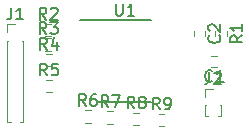
<source format=gbr>
G04 #@! TF.FileFunction,Legend,Top*
%FSLAX46Y46*%
G04 Gerber Fmt 4.6, Leading zero omitted, Abs format (unit mm)*
G04 Created by KiCad (PCBNEW 4.0.7) date 04/15/20 11:27:54*
%MOMM*%
%LPD*%
G01*
G04 APERTURE LIST*
%ADD10C,0.100000*%
%ADD11C,0.150000*%
%ADD12C,0.120000*%
G04 APERTURE END LIST*
D10*
D11*
X144905000Y-107018000D02*
X149355000Y-107018000D01*
X143380000Y-100118000D02*
X149355000Y-100118000D01*
D12*
X154461000Y-104102000D02*
X154961000Y-104102000D01*
X154961000Y-103162000D02*
X154461000Y-103162000D01*
X153962000Y-101494000D02*
X153962000Y-100994000D01*
X153022000Y-100994000D02*
X153022000Y-101494000D01*
X137163000Y-108716000D02*
X137463507Y-108716000D01*
X138252493Y-108716000D02*
X138553000Y-108716000D01*
X137163000Y-101841000D02*
X137163000Y-108716000D01*
X138553000Y-101841000D02*
X138553000Y-108716000D01*
X137163000Y-101841000D02*
X137249724Y-101841000D01*
X138466276Y-101841000D02*
X138553000Y-101841000D01*
X137163000Y-101156000D02*
X137163000Y-100471000D01*
X137163000Y-100471000D02*
X137858000Y-100471000D01*
X153915000Y-108189000D02*
X154215507Y-108189000D01*
X155004493Y-108189000D02*
X155305000Y-108189000D01*
X153915000Y-107314000D02*
X153915000Y-108189000D01*
X155305000Y-107314000D02*
X155305000Y-108189000D01*
X153915000Y-107314000D02*
X154001724Y-107314000D01*
X155218276Y-107314000D02*
X155305000Y-107314000D01*
X153915000Y-106629000D02*
X153915000Y-105944000D01*
X153915000Y-105944000D02*
X154610000Y-105944000D01*
X155800000Y-101494000D02*
X155800000Y-100994000D01*
X154740000Y-100994000D02*
X154740000Y-101494000D01*
X140902000Y-100435000D02*
X140402000Y-100435000D01*
X140402000Y-101495000D02*
X140902000Y-101495000D01*
X140902000Y-101642000D02*
X140402000Y-101642000D01*
X140402000Y-102702000D02*
X140902000Y-102702000D01*
X140966000Y-102975000D02*
X140466000Y-102975000D01*
X140466000Y-104035000D02*
X140966000Y-104035000D01*
X140966000Y-105159000D02*
X140466000Y-105159000D01*
X140466000Y-106219000D02*
X140966000Y-106219000D01*
X144243000Y-107750000D02*
X143743000Y-107750000D01*
X143743000Y-108810000D02*
X144243000Y-108810000D01*
X146148000Y-107826000D02*
X145648000Y-107826000D01*
X145648000Y-108886000D02*
X146148000Y-108886000D01*
X148357000Y-107953000D02*
X147857000Y-107953000D01*
X147857000Y-109013000D02*
X148357000Y-109013000D01*
X150491000Y-108030000D02*
X149991000Y-108030000D01*
X149991000Y-109090000D02*
X150491000Y-109090000D01*
D11*
X146368095Y-98720381D02*
X146368095Y-99529905D01*
X146415714Y-99625143D01*
X146463333Y-99672762D01*
X146558571Y-99720381D01*
X146749048Y-99720381D01*
X146844286Y-99672762D01*
X146891905Y-99625143D01*
X146939524Y-99529905D01*
X146939524Y-98720381D01*
X147939524Y-99720381D02*
X147368095Y-99720381D01*
X147653809Y-99720381D02*
X147653809Y-98720381D01*
X147558571Y-98863238D01*
X147463333Y-98958476D01*
X147368095Y-99006095D01*
X154544334Y-105259143D02*
X154496715Y-105306762D01*
X154353858Y-105354381D01*
X154258620Y-105354381D01*
X154115762Y-105306762D01*
X154020524Y-105211524D01*
X153972905Y-105116286D01*
X153925286Y-104925810D01*
X153925286Y-104782952D01*
X153972905Y-104592476D01*
X154020524Y-104497238D01*
X154115762Y-104402000D01*
X154258620Y-104354381D01*
X154353858Y-104354381D01*
X154496715Y-104402000D01*
X154544334Y-104449619D01*
X155496715Y-105354381D02*
X154925286Y-105354381D01*
X155211000Y-105354381D02*
X155211000Y-104354381D01*
X155115762Y-104497238D01*
X155020524Y-104592476D01*
X154925286Y-104640095D01*
X155119143Y-101410666D02*
X155166762Y-101458285D01*
X155214381Y-101601142D01*
X155214381Y-101696380D01*
X155166762Y-101839238D01*
X155071524Y-101934476D01*
X154976286Y-101982095D01*
X154785810Y-102029714D01*
X154642952Y-102029714D01*
X154452476Y-101982095D01*
X154357238Y-101934476D01*
X154262000Y-101839238D01*
X154214381Y-101696380D01*
X154214381Y-101601142D01*
X154262000Y-101458285D01*
X154309619Y-101410666D01*
X154309619Y-101029714D02*
X154262000Y-100982095D01*
X154214381Y-100886857D01*
X154214381Y-100648761D01*
X154262000Y-100553523D01*
X154309619Y-100505904D01*
X154404857Y-100458285D01*
X154500095Y-100458285D01*
X154642952Y-100505904D01*
X155214381Y-101077333D01*
X155214381Y-100458285D01*
X137524667Y-99048381D02*
X137524667Y-99762667D01*
X137477047Y-99905524D01*
X137381809Y-100000762D01*
X137238952Y-100048381D01*
X137143714Y-100048381D01*
X138524667Y-100048381D02*
X137953238Y-100048381D01*
X138238952Y-100048381D02*
X138238952Y-99048381D01*
X138143714Y-99191238D01*
X138048476Y-99286476D01*
X137953238Y-99334095D01*
X154276667Y-104521381D02*
X154276667Y-105235667D01*
X154229047Y-105378524D01*
X154133809Y-105473762D01*
X153990952Y-105521381D01*
X153895714Y-105521381D01*
X154705238Y-104616619D02*
X154752857Y-104569000D01*
X154848095Y-104521381D01*
X155086191Y-104521381D01*
X155181429Y-104569000D01*
X155229048Y-104616619D01*
X155276667Y-104711857D01*
X155276667Y-104807095D01*
X155229048Y-104949952D01*
X154657619Y-105521381D01*
X155276667Y-105521381D01*
X157072381Y-101410666D02*
X156596190Y-101744000D01*
X157072381Y-101982095D02*
X156072381Y-101982095D01*
X156072381Y-101601142D01*
X156120000Y-101505904D01*
X156167619Y-101458285D01*
X156262857Y-101410666D01*
X156405714Y-101410666D01*
X156500952Y-101458285D01*
X156548571Y-101505904D01*
X156596190Y-101601142D01*
X156596190Y-101982095D01*
X157072381Y-100458285D02*
X157072381Y-101029714D01*
X157072381Y-100744000D02*
X156072381Y-100744000D01*
X156215238Y-100839238D01*
X156310476Y-100934476D01*
X156358095Y-101029714D01*
X140485334Y-100067381D02*
X140152000Y-99591190D01*
X139913905Y-100067381D02*
X139913905Y-99067381D01*
X140294858Y-99067381D01*
X140390096Y-99115000D01*
X140437715Y-99162619D01*
X140485334Y-99257857D01*
X140485334Y-99400714D01*
X140437715Y-99495952D01*
X140390096Y-99543571D01*
X140294858Y-99591190D01*
X139913905Y-99591190D01*
X140866286Y-99162619D02*
X140913905Y-99115000D01*
X141009143Y-99067381D01*
X141247239Y-99067381D01*
X141342477Y-99115000D01*
X141390096Y-99162619D01*
X141437715Y-99257857D01*
X141437715Y-99353095D01*
X141390096Y-99495952D01*
X140818667Y-100067381D01*
X141437715Y-100067381D01*
X140485334Y-101274381D02*
X140152000Y-100798190D01*
X139913905Y-101274381D02*
X139913905Y-100274381D01*
X140294858Y-100274381D01*
X140390096Y-100322000D01*
X140437715Y-100369619D01*
X140485334Y-100464857D01*
X140485334Y-100607714D01*
X140437715Y-100702952D01*
X140390096Y-100750571D01*
X140294858Y-100798190D01*
X139913905Y-100798190D01*
X140818667Y-100274381D02*
X141437715Y-100274381D01*
X141104381Y-100655333D01*
X141247239Y-100655333D01*
X141342477Y-100702952D01*
X141390096Y-100750571D01*
X141437715Y-100845810D01*
X141437715Y-101083905D01*
X141390096Y-101179143D01*
X141342477Y-101226762D01*
X141247239Y-101274381D01*
X140961524Y-101274381D01*
X140866286Y-101226762D01*
X140818667Y-101179143D01*
X140549334Y-102607381D02*
X140216000Y-102131190D01*
X139977905Y-102607381D02*
X139977905Y-101607381D01*
X140358858Y-101607381D01*
X140454096Y-101655000D01*
X140501715Y-101702619D01*
X140549334Y-101797857D01*
X140549334Y-101940714D01*
X140501715Y-102035952D01*
X140454096Y-102083571D01*
X140358858Y-102131190D01*
X139977905Y-102131190D01*
X141406477Y-101940714D02*
X141406477Y-102607381D01*
X141168381Y-101559762D02*
X140930286Y-102274048D01*
X141549334Y-102274048D01*
X140549334Y-104791381D02*
X140216000Y-104315190D01*
X139977905Y-104791381D02*
X139977905Y-103791381D01*
X140358858Y-103791381D01*
X140454096Y-103839000D01*
X140501715Y-103886619D01*
X140549334Y-103981857D01*
X140549334Y-104124714D01*
X140501715Y-104219952D01*
X140454096Y-104267571D01*
X140358858Y-104315190D01*
X139977905Y-104315190D01*
X141454096Y-103791381D02*
X140977905Y-103791381D01*
X140930286Y-104267571D01*
X140977905Y-104219952D01*
X141073143Y-104172333D01*
X141311239Y-104172333D01*
X141406477Y-104219952D01*
X141454096Y-104267571D01*
X141501715Y-104362810D01*
X141501715Y-104600905D01*
X141454096Y-104696143D01*
X141406477Y-104743762D01*
X141311239Y-104791381D01*
X141073143Y-104791381D01*
X140977905Y-104743762D01*
X140930286Y-104696143D01*
X143826334Y-107382381D02*
X143493000Y-106906190D01*
X143254905Y-107382381D02*
X143254905Y-106382381D01*
X143635858Y-106382381D01*
X143731096Y-106430000D01*
X143778715Y-106477619D01*
X143826334Y-106572857D01*
X143826334Y-106715714D01*
X143778715Y-106810952D01*
X143731096Y-106858571D01*
X143635858Y-106906190D01*
X143254905Y-106906190D01*
X144683477Y-106382381D02*
X144493000Y-106382381D01*
X144397762Y-106430000D01*
X144350143Y-106477619D01*
X144254905Y-106620476D01*
X144207286Y-106810952D01*
X144207286Y-107191905D01*
X144254905Y-107287143D01*
X144302524Y-107334762D01*
X144397762Y-107382381D01*
X144588239Y-107382381D01*
X144683477Y-107334762D01*
X144731096Y-107287143D01*
X144778715Y-107191905D01*
X144778715Y-106953810D01*
X144731096Y-106858571D01*
X144683477Y-106810952D01*
X144588239Y-106763333D01*
X144397762Y-106763333D01*
X144302524Y-106810952D01*
X144254905Y-106858571D01*
X144207286Y-106953810D01*
X145731334Y-107458381D02*
X145398000Y-106982190D01*
X145159905Y-107458381D02*
X145159905Y-106458381D01*
X145540858Y-106458381D01*
X145636096Y-106506000D01*
X145683715Y-106553619D01*
X145731334Y-106648857D01*
X145731334Y-106791714D01*
X145683715Y-106886952D01*
X145636096Y-106934571D01*
X145540858Y-106982190D01*
X145159905Y-106982190D01*
X146064667Y-106458381D02*
X146731334Y-106458381D01*
X146302762Y-107458381D01*
X147940334Y-107585381D02*
X147607000Y-107109190D01*
X147368905Y-107585381D02*
X147368905Y-106585381D01*
X147749858Y-106585381D01*
X147845096Y-106633000D01*
X147892715Y-106680619D01*
X147940334Y-106775857D01*
X147940334Y-106918714D01*
X147892715Y-107013952D01*
X147845096Y-107061571D01*
X147749858Y-107109190D01*
X147368905Y-107109190D01*
X148511762Y-107013952D02*
X148416524Y-106966333D01*
X148368905Y-106918714D01*
X148321286Y-106823476D01*
X148321286Y-106775857D01*
X148368905Y-106680619D01*
X148416524Y-106633000D01*
X148511762Y-106585381D01*
X148702239Y-106585381D01*
X148797477Y-106633000D01*
X148845096Y-106680619D01*
X148892715Y-106775857D01*
X148892715Y-106823476D01*
X148845096Y-106918714D01*
X148797477Y-106966333D01*
X148702239Y-107013952D01*
X148511762Y-107013952D01*
X148416524Y-107061571D01*
X148368905Y-107109190D01*
X148321286Y-107204429D01*
X148321286Y-107394905D01*
X148368905Y-107490143D01*
X148416524Y-107537762D01*
X148511762Y-107585381D01*
X148702239Y-107585381D01*
X148797477Y-107537762D01*
X148845096Y-107490143D01*
X148892715Y-107394905D01*
X148892715Y-107204429D01*
X148845096Y-107109190D01*
X148797477Y-107061571D01*
X148702239Y-107013952D01*
X150074334Y-107662381D02*
X149741000Y-107186190D01*
X149502905Y-107662381D02*
X149502905Y-106662381D01*
X149883858Y-106662381D01*
X149979096Y-106710000D01*
X150026715Y-106757619D01*
X150074334Y-106852857D01*
X150074334Y-106995714D01*
X150026715Y-107090952D01*
X149979096Y-107138571D01*
X149883858Y-107186190D01*
X149502905Y-107186190D01*
X150550524Y-107662381D02*
X150741000Y-107662381D01*
X150836239Y-107614762D01*
X150883858Y-107567143D01*
X150979096Y-107424286D01*
X151026715Y-107233810D01*
X151026715Y-106852857D01*
X150979096Y-106757619D01*
X150931477Y-106710000D01*
X150836239Y-106662381D01*
X150645762Y-106662381D01*
X150550524Y-106710000D01*
X150502905Y-106757619D01*
X150455286Y-106852857D01*
X150455286Y-107090952D01*
X150502905Y-107186190D01*
X150550524Y-107233810D01*
X150645762Y-107281429D01*
X150836239Y-107281429D01*
X150931477Y-107233810D01*
X150979096Y-107186190D01*
X151026715Y-107090952D01*
M02*

</source>
